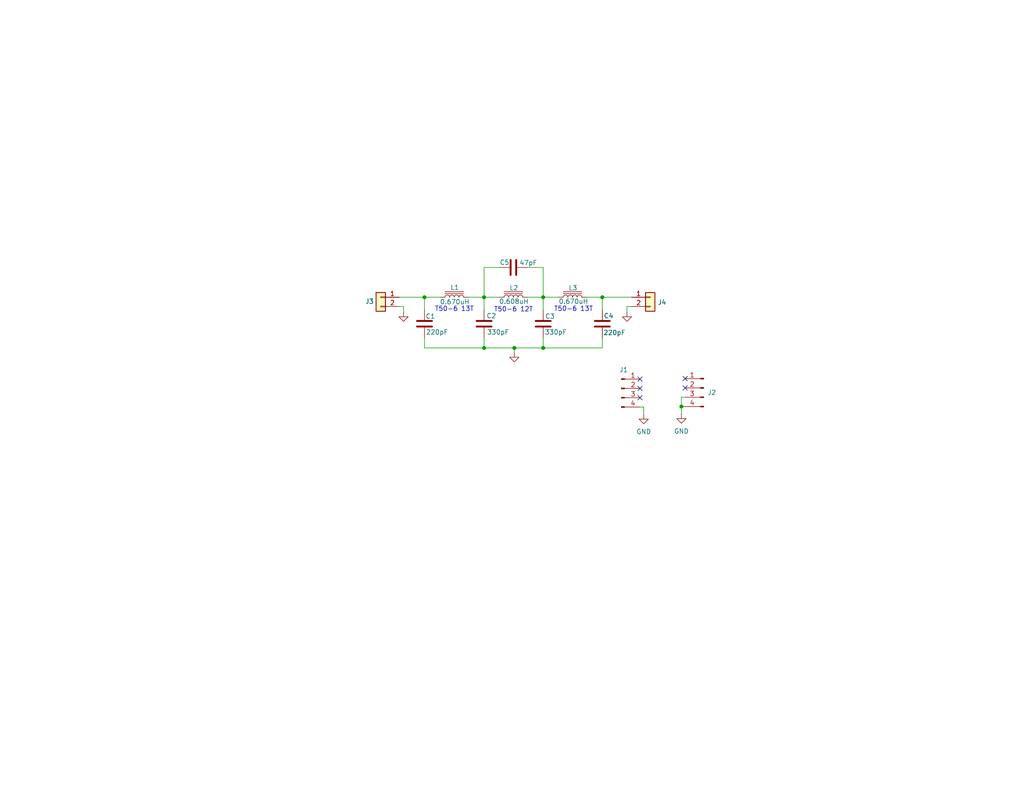
<source format=kicad_sch>
(kicad_sch (version 20211123) (generator eeschema)
  (paper "USLetter")
  (title_block (title "Pssst Final Low-Pass Filter") (date "2023-07-21") (rev "A"))
  (lib_symbols
    (symbol "K7TFC_Connectors:Conn_01x02" (pin_names (offset 1.016) hide)
      (property "Reference" "J" (at 0 2.54 0))
      (property "Value" "Conn_01x02" (at 0 -5.08 0))
      (symbol "Conn_01x02_1_1"
        (rectangle (start -1.27 -2.413) (end 0 -2.667) (stroke (width 0.1524)))
        (rectangle (start -1.27 0.127) (end 0 -0.127) (stroke (width 0.1524)))
        (rectangle (start -1.27 1.27) (end 1.27 -3.81) (stroke (width 0.254)) (fill (type background)))
        (pin passive line (at -5.08 0 0) (length 3.81) (name "Pin_1") (number "1"))
        (pin passive line (at -5.08 -2.54 0) (length 3.81) (name "Pin_2") (number "2"))
      )
    )
    (symbol "K7TFC_Connectors:Conn_01x04_Male" (pin_names (offset 1.016) hide)
      (property "Reference" "J" (at 0 5.08 0))
      (property "Value" "Conn_01x04_Male" (at 0 -7.62 0))
      (symbol "Conn_01x04_Male_1_1"
        (polyline (pts (xy 1.27 -5.08) (xy 0.8636 -5.08)) (stroke (width 0.1524)))
        (polyline (pts (xy 1.27 -2.54) (xy 0.8636 -2.54)) (stroke (width 0.1524)))
        (polyline (pts (xy 1.27 0) (xy 0.8636 0)) (stroke (width 0.1524)))
        (polyline (pts (xy 1.27 2.54) (xy 0.8636 2.54)) (stroke (width 0.1524)))
        (rectangle (start 0.8636 -4.953) (end 0 -5.207) (stroke (width 0.1524)) (fill (type outline)))
        (rectangle (start 0.8636 -2.413) (end 0 -2.667) (stroke (width 0.1524)) (fill (type outline)))
        (rectangle (start 0.8636 0.127) (end 0 -0.127) (stroke (width 0.1524)) (fill (type outline)))
        (rectangle (start 0.8636 2.667) (end 0 2.413) (stroke (width 0.1524)) (fill (type outline)))
        (pin passive line (at 5.08 2.54 180) (length 3.81) (name "Pin_1") (number "1"))
        (pin passive line (at 5.08 0 180) (length 3.81) (name "Pin_2") (number "2"))
        (pin passive line (at 5.08 -2.54 180) (length 3.81) (name "Pin_3") (number "3"))
        (pin passive line (at 5.08 -5.08 180) (length 3.81) (name "Pin_4") (number "4"))
      )
    )
    (symbol "K7TFC_Passives:C_std" (pin_numbers hide) (pin_names (offset 0.254))
      (property "Reference" "C" (at 0.635 2.54 0))
      (property "Value" "C_std" (at 0.635 -2.54 0))
      (symbol "C_std_0_1"
        (polyline (pts (xy -2.032 -0.762) (xy 2.032 -0.762)) (stroke (width 0.508)))
        (polyline (pts (xy -2.032 0.762) (xy 2.032 0.762)) (stroke (width 0.508)))
      )
      (symbol "C_std_1_1"
        (pin passive line (at 0 3.81 270) (length 2.794) (name "~") (number "1"))
        (pin passive line (at 0 -3.81 90) (length 2.794) (name "~") (number "2"))
      )
    )
    (symbol "K7TFC_Passives:L" (pin_numbers hide) (pin_names (offset 1.016) hide)
      (property "Reference" "L" (at -1.778 0 0))
      (property "Value" "L" (at 3.048 0 0))
      (symbol "L_0_1"
        (arc (start 0 -2.54) (mid 0.635 -1.905) (end 0 -1.27))
        (arc (start 0 -1.27) (mid 0.635 -0.635) (end 0 0))
        (polyline (pts (xy 1.016 2.54) (xy 1.016 -2.54)))
        (polyline (pts (xy 1.524 2.54) (xy 1.524 -2.54)))
        (arc (start 0 0) (mid 0.635 0.635) (end 0 1.27))
        (arc (start 0 1.27) (mid 0.635 1.905) (end 0 2.54))
      )
      (symbol "L_1_1"
        (pin passive line (at 0 3.81 270) (length 1.27) (name "1") (number "1"))
        (pin passive line (at 0 -3.81 90) (length 1.27) (name "2") (number "2"))
      )
    )
    (symbol "power:GND" (power) (pin_names (offset 0))
      (property "Value" "GND" (at 0 -3.81 0))
      (symbol "GND_0_1"
        (polyline (pts (xy 0 0) (xy 0 -1.27) (xy 1.27 -1.27) (xy 0 -2.54) (xy -1.27 -1.27) (xy 0 -1.27)))
      )
      (symbol "GND_1_1"
        (pin power_in line (at 0 0 270) (length 0) hide (name "GND") (number "1"))
      )
    )
  )
  (junction (at 132.08 81.153))
  (junction (at 115.824 81.153))
  (junction (at 148.209 81.153))
  (junction (at 132.08 94.996))
  (junction (at 140.335 94.996))
  (junction (at 185.928 110.998))
  (junction (at 148.209 94.996))
  (junction (at 164.338 81.153))
  (no_connect (at 174.625 106.045))
  (no_connect (at 174.625 103.505))
  (no_connect (at 174.625 108.585))
  (no_connect (at 186.944 103.378))
  (no_connect (at 186.944 105.918))
  (wire (pts (xy 143.891 81.153) (xy 148.209 81.153)))
  (wire (pts (xy 185.928 108.458) (xy 185.928 110.998)))
  (wire (pts (xy 164.338 94.996) (xy 164.338 92.202)))
  (wire (pts (xy 148.209 81.153) (xy 148.209 84.582)))
  (wire (pts (xy 171.069 83.693) (xy 171.069 85.217)))
  (wire (pts (xy 115.824 81.153) (xy 115.824 84.582)))
  (wire (pts (xy 132.08 81.153) (xy 132.08 84.582)))
  (wire (pts (xy 136.271 73.025) (xy 132.08 73.025)))
  (wire (pts (xy 115.824 94.996) (xy 132.08 94.996)))
  (wire (pts (xy 132.08 94.996) (xy 140.335 94.996)))
  (wire (pts (xy 160.02 81.153) (xy 164.338 81.153)))
  (wire (pts (xy 164.338 81.153) (xy 172.339 81.153)))
  (wire (pts (xy 143.891 73.025) (xy 148.209 73.025)))
  (wire (pts (xy 115.824 81.153) (xy 120.142 81.153)))
  (wire (pts (xy 175.641 111.125) (xy 175.641 113.157)))
  (wire (pts (xy 148.209 81.153) (xy 152.4 81.153)))
  (wire (pts (xy 132.08 81.153) (xy 136.271 81.153)))
  (wire (pts (xy 148.209 92.202) (xy 148.209 94.996)))
  (wire (pts (xy 148.209 94.996) (xy 164.338 94.996)))
  (wire (pts (xy 175.641 111.125) (xy 174.625 111.125)))
  (wire (pts (xy 127.762 81.153) (xy 132.08 81.153)))
  (wire (pts (xy 108.966 81.153) (xy 115.824 81.153)))
  (wire (pts (xy 132.08 73.025) (xy 132.08 81.153)))
  (wire (pts (xy 148.209 73.025) (xy 148.209 81.153)))
  (wire (pts (xy 140.335 94.996) (xy 148.209 94.996)))
  (wire (pts (xy 140.335 94.996) (xy 140.335 96.266)))
  (wire (pts (xy 164.338 81.153) (xy 164.338 84.582)))
  (wire (pts (xy 110.109 83.693) (xy 110.109 85.217)))
  (wire (pts (xy 115.824 92.202) (xy 115.824 94.996)))
  (wire (pts (xy 185.928 110.998) (xy 185.928 113.03)))
  (wire (pts (xy 185.928 110.998) (xy 186.944 110.998)))
  (wire (pts (xy 132.08 92.202) (xy 132.08 94.996)))
  (wire (pts (xy 186.944 108.458) (xy 185.928 108.458)))
  (wire (pts (xy 108.966 83.693) (xy 110.109 83.693)))
  (wire (pts (xy 172.339 83.693) (xy 171.069 83.693)))
  (text "T50-6 12T" (at 134.747 85.344 0) (effects (font (size 1.27 1.27)) (justify left bottom)))
  (text "T50-6 13T" (at 151.13 85.217 0) (effects (font (size 1.27 1.27)) (justify left bottom)))
  (text "T50-6 13T" (at 118.618 85.217 0) (effects (font (size 1.27 1.27)) (justify left bottom)))
  (symbol (lib_id "K7TFC_Passives:L") (at 156.21 81.153 90) (unit 1)
    (property "Reference" "L3" (at 156.337 78.613 90))
    (property "Value" "0.670uH" (at 156.464 82.296 90))
    (property "Footprint" "K7TFC_Toroids:Toroid_T50_Vertical_P6.00mm" (effects hide))
  )
  (symbol (lib_id "power:GND") (at 185.928 113.03 0) (unit 1)
    (property "Reference" "#PWR0101" (effects hide))
    (property "Value" "GND" (at 185.928 117.729 0))
  )
  (symbol (lib_id "K7TFC_Passives:C_std") (at 132.08 88.392 0) (unit 1)
    (property "Reference" "C2" (at 132.715 86.233 0) (effects (justify left)))
    (property "Value" "330pF" (at 132.842 90.678 0) (effects (justify left)))
    (property "Footprint" "K7TFC_Passives:Ceramic_Disk_Capacitor_P5.00mm" (effects hide))
  )
  (symbol (lib_id "K7TFC_Connectors:Conn_01x04_Male") (at 192.024 105.918 0) (mirror y) (unit 1)
    (property "Reference" "J2" (at 193.04 107.1879 0) (effects (justify right)))
    (property "Value" "Conn_01x04_Male" (effects hide))
    (property "Footprint" "K7TFC:PinHeader_1x04_P2.54mm_horizontal" (effects hide))
  )
  (symbol (lib_id "K7TFC_Connectors:Conn_01x04_Male") (at 169.545 106.045 0) (unit 1)
    (property "Reference" "J1" (at 170.18 100.965 0))
    (property "Value" "Conn_01x04_Male" (effects hide))
    (property "Footprint" "K7TFC:PinHeader_1x04_P2.54mm_horizontal" (effects hide))
  )
  (symbol (lib_id "power:GND") (at 175.641 113.157 0) (mirror y) (unit 1)
    (property "Reference" "#PWR04" (effects hide))
    (property "Value" "GND" (at 175.641 117.856 0))
  )
  (symbol (lib_id "power:GND") (at 110.109 85.217 0) (unit 1)
    (property "Reference" "#PWR01" (effects hide))
    (property "Value" "GND" (effects hide))
  )
  (symbol (lib_id "K7TFC_Connectors:Conn_01x02") (at 177.419 81.153 0) (unit 1)
    (property "Reference" "J4" (at 179.451 82.55 0) (effects (justify left)))
    (property "Value" "Conn_01x02" (effects hide))
    (property "Footprint" "K7TFC:SMA_EdgeMount_0.062_Samtec_wHoles" (effects hide))
  )
  (symbol (lib_id "K7TFC_Passives:C_std") (at 140.081 73.025 90) (unit 1)
    (property "Reference" "C5" (at 137.668 71.628 90))
    (property "Value" "47pF" (at 144.145 71.755 90))
    (property "Footprint" "K7TFC_Passives:Ceramic_Disk_Capacitor_P5.00mm" (effects hide))
  )
  (symbol (lib_id "K7TFC_Connectors:Conn_01x02") (at 103.886 81.153 0) (mirror y) (unit 1)
    (property "Reference" "J3" (at 100.838 82.296 0))
    (property "Value" "Conn_01x02" (effects hide))
    (property "Footprint" "K7TFC:SMA_EdgeMount_0.062_Samtec_wHoles" (effects hide))
  )
  (symbol (lib_id "K7TFC_Passives:C_std") (at 115.824 88.392 0) (unit 1)
    (property "Reference" "C1" (at 116.078 86.36 0) (effects (justify left)))
    (property "Value" "220pF" (at 116.205 90.678 0) (effects (justify left)))
    (property "Footprint" "K7TFC_Passives:Ceramic_Disk_Capacitor_P5.00mm" (effects hide))
  )
  (symbol (lib_id "power:GND") (at 140.335 96.266 0) (unit 1)
    (property "Reference" "#PWR02" (effects hide))
    (property "Value" "GND" (effects hide))
  )
  (symbol (lib_id "K7TFC_Passives:L") (at 123.952 81.153 90) (unit 1)
    (property "Reference" "L1" (at 124.079 78.486 90))
    (property "Value" "0.670uH" (at 124.079 82.423 90))
    (property "Footprint" "K7TFC_Toroids:Toroid_T50_Vertical_P6.00mm" (effects hide))
  )
  (symbol (lib_id "K7TFC_Passives:L") (at 140.081 81.153 90) (unit 1)
    (property "Reference" "L2" (at 140.208 78.613 90))
    (property "Value" "0.608uH" (at 140.208 82.296 90))
    (property "Footprint" "K7TFC_Toroids:Toroid_T50_Vertical_P6.00mm" (effects hide))
  )
  (symbol (lib_id "K7TFC_Passives:C_std") (at 164.338 88.392 0) (unit 1)
    (property "Reference" "C4" (at 164.719 86.233 0) (effects (justify left)))
    (property "Value" "220pF" (at 164.592 90.805 0) (effects (justify left)))
    (property "Footprint" "K7TFC_Passives:Ceramic_Disk_Capacitor_P5.00mm" (effects hide))
  )
  (symbol (lib_id "power:GND") (at 171.069 85.217 0) (unit 1)
    (property "Reference" "#PWR03" (effects hide))
    (property "Value" "GND" (effects hide))
  )
  (symbol (lib_id "K7TFC_Passives:C_std") (at 148.209 88.392 0) (unit 1)
    (property "Reference" "C3" (at 148.717 86.36 0) (effects (justify left)))
    (property "Value" "330pF" (at 148.59 90.678 0) (effects (justify left)))
    (property "Footprint" "K7TFC_Passives:Ceramic_Disk_Capacitor_P5.00mm" (effects hide))
  )
)
</source>
